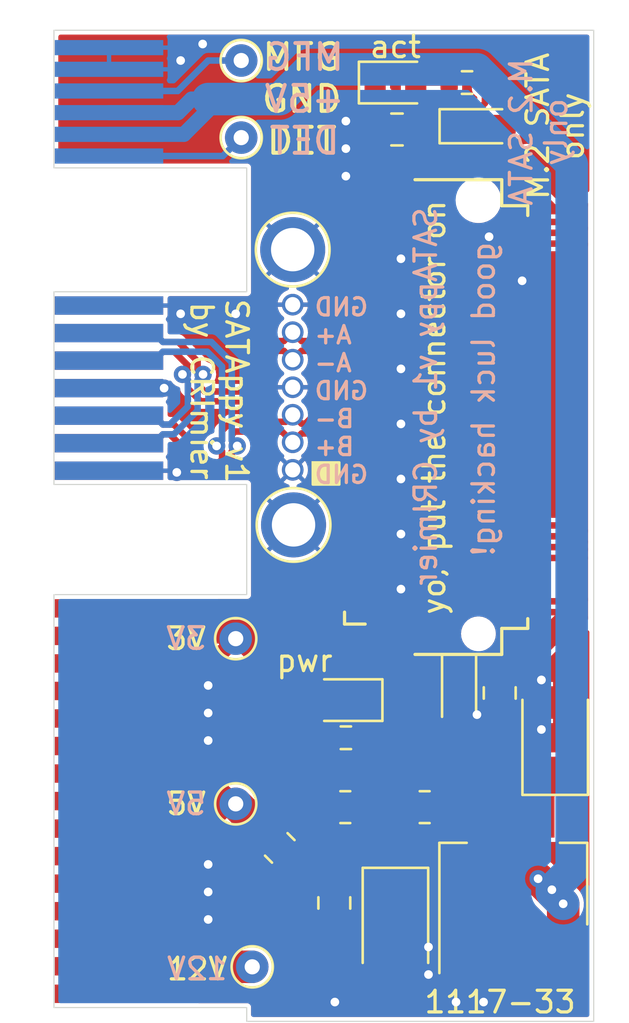
<source format=kicad_pcb>
(kicad_pcb (version 20221018) (generator pcbnew)
  (layers (0 "F.Cu" signal) (31 "B.Cu" signal) (34 "B.Paste" user) (35 "F.Paste" user) (36 "B.SilkS" user "B.Silkscreen") (37 "F.SilkS" user "F.Silkscreen") (38 "B.Mask" user) (39 "F.Mask" user) (44 "Edge.Cuts" user))
  (net 0 "")
  (net 1 "+5V")
  (net 2 "Net-(J1-Pad1)")
  (net 3 "Net-(J1-Pad4)")
  (net 4 "B+")
  (net 5 "B-")
  (net 6 "A-")
  (net 7 "A+")
  (net 8 "+3.3VA")
  (net 9 "Net-(R2-Pad1)")
  (net 34 "+3V3")
  (net 35 "GND")
  (net 36 "DET")
  (net 44 "DAA")
  (net 52 "Net-(D1-Pad2)")
  (net 53 "Net-(D2-Pad2)")
  (net 54 "+5VA")
  (net 55 "+12VA")
  (footprint "Capacitor_Tantalum_SMD:CP_EIA-2012-12_Kemet-R_Pad1.30x1.05mm_HandSolder" (layer "F.Cu") (at 48.4002 84.9012 -90)
    (fp_text reference "C2" hide)
    (fp_text value "100uF")
    (pad "1" smd roundrect (at -0.975 0 270) (size 1.3 1.05) (layers "F.Cu" "F.Paste" "F.Mask") (roundrect_rratio 0.2380952381) (net 34 "+3V3"))
    (pad "2" smd roundrect (at 0.975 0 270) (size 1.3 1.05) (layers "F.Cu" "F.Paste" "F.Mask") (roundrect_rratio 0.2380952381) (net 35 "GND"))
  )
  (footprint "Capacitor_SMD:C_0805_2012Metric" (layer "F.Cu") (at 50.2752 84.8012 -90)
    (fp_text reference "C3" hide)
    (fp_text value "100nF")
    (pad "1" smd roundrect (at -0.95 0 270) (size 1 1.45) (layers "F.Cu" "F.Paste" "F.Mask") (net 34 "+3V3"))
    (pad "2" smd roundrect (at 0.95 0 270) (size 1 1.45) (layers "F.Cu" "F.Paste" "F.Mask") (net 35 "GND"))
  )
  (footprint "Capacitor_Tantalum_SMD:CP_EIA-2012-12_Kemet-R_Pad1.30x1.05mm_HandSolder" (layer "F.Cu") (at 49.3874 58.657)
    (fp_text reference "C4" hide)
    (fp_text value "100uF")
    (pad "1" smd roundrect (at -0.975 0) (size 1.3 1.05) (layers "F.Cu" "F.Paste" "F.Mask") (roundrect_rratio 0.2380952381) (net 34 "+3V3"))
    (pad "2" smd roundrect (at 0.975 0) (size 1.3 1.05) (layers "F.Cu" "F.Paste" "F.Mask") (roundrect_rratio 0.2380952381) (net 35 "GND"))
  )
  (footprint "Capacitor_SMD:C_0805_2012Metric" (layer "F.Cu") (at 45.5374 58.807 180)
    (fp_text reference "C1" hide)
    (fp_text value "100nF")
    (pad "1" smd roundrect (at -0.95 0 180) (size 1 1.45) (layers "F.Cu" "F.Paste" "F.Mask") (net 34 "+3V3"))
    (pad "2" smd roundrect (at 0.95 0 180) (size 1 1.45) (layers "F.Cu" "F.Paste" "F.Mask") (net 35 "GND"))
  )
  (footprint "nvme_lib:Conn_TE-M.2-0.5-67P-doublesided_TypeM" (layer "F.Cu") (at 49.3186 72.0732 90)
    (fp_text reference "U2" hide)
    (fp_text value "NGFF_M")
    (pad "" np_thru_hole circle (at -10 -0.025 90) (size 1.1 1.1) (drill 1.1) (layers "*.Cu"))
    (pad "" np_thru_hole circle (at 10 -0.025 90) (size 1.6 1.6) (drill 1.6) (layers "*.Cu"))
    (pad "1" smd rect (at -9.25 -5.275 90) (size 0.3 1.55) (layers "F.Cu" "F.Paste" "F.Mask") (net 35 "GND"))
    (pad "2" smd rect (at -9 2.275 90) (size 0.3 1.55) (layers "F.Cu" "F.Paste" "F.Mask") (net 34 "+3V3"))
    (pad "3" smd rect (at -8.75 -5.275 90) (size 0.3 1.55) (layers "F.Cu" "F.Paste" "F.Mask") (net 35 "GND"))
    (pad "4" smd rect (at -8.5 2.275 90) (size 0.3 1.55) (layers "F.Cu" "F.Paste" "F.Mask") (net 34 "+3V3"))
    (pad "5" smd rect (at -8.25 -5.275 90) (size 0.3 1.55) (layers "F.Cu" "F.Paste" "F.Mask"))
    (pad "6" smd rect (at -8 2.275 90) (size 0.3 1.55) (layers "F.Cu" "F.Paste" "F.Mask"))
    (pad "7" smd rect (at -7.75 -5.275 90) (size 0.3 1.55) (layers "F.Cu" "F.Paste" "F.Mask"))
    (pad "8" smd rect (at -7.5 2.275 90) (size 0.3 1.55) (layers "F.Cu" "F.Paste" "F.Mask"))
    (pad "9" smd rect (at -7.25 -5.275 90) (size 0.3 1.55) (layers "F.Cu" "F.Paste" "F.Mask") (net 35 "GND"))
    (pad "10" smd rect (at -7 2.275 90) (size 0.3 1.55) (layers "F.Cu" "F.Paste" "F.Mask") (net 44 "DAA"))
    (pad "11" smd rect (at -6.75 -5.275 90) (size 0.3 1.55) (layers "F.Cu" "F.Paste" "F.Mask"))
    (pad "12" smd rect (at -6.5 2.275 90) (size 0.3 1.55) (layers "F.Cu" "F.Paste" "F.Mask") (net 34 "+3V3"))
    (pad "13" smd rect (at -6.25 -5.275 90) (size 0.3 1.55) (layers "F.Cu" "F.Paste" "F.Mask"))
    (pad "14" smd rect (at -6 2.275 90) (size 0.3 1.55) (layers "F.Cu" "F.Paste" "F.Mask") (net 34 "+3V3"))
    (pad "15" smd rect (at -5.75 -5.275 90) (size 0.3 1.55) (layers "F.Cu" "F.Paste" "F.Mask") (net 35 "GND"))
    (pad "16" smd rect (at -5.5 2.275 90) (size 0.3 1.55) (layers "F.Cu" "F.Paste" "F.Mask") (net 34 "+3V3"))
    (pad "17" smd rect (at -5.25 -5.275 90) (size 0.3 1.55) (layers "F.Cu" "F.Paste" "F.Mask"))
    (pad "18" smd rect (at -5 2.275 90) (size 0.3 1.55) (layers "F.Cu" "F.Paste" "F.Mask") (net 34 "+3V3"))
    (pad "19" smd rect (at -4.75 -5.275 90) (size 0.3 1.55) (layers "F.Cu" "F.Paste" "F.Mask"))
    (pad "20" smd rect (at -4.5 2.275 90) (size 0.3 1.55) (layers "F.Cu" "F.Paste" "F.Mask"))
    (pad "21" smd rect (at -4.25 -5.275 90) (size 0.3 1.55) (layers "F.Cu" "F.Paste" "F.Mask") (net 35 "GND"))
    (pad "22" smd rect (at -4 2.275 90) (size 0.3 1.55) (layers "F.Cu" "F.Paste" "F.Mask"))
    (pad "23" smd rect (at -3.75 -5.275 90) (size 0.3 1.55) (layers "F.Cu" "F.Paste" "F.Mask"))
    (pad "24" smd rect (at -3.5 2.275 90) (size 0.3 1.55) (layers "F.Cu" "F.Paste" "F.Mask"))
    (pad "25" smd rect (at -3.25 -5.275 90) (size 0.3 1.55) (layers "F.Cu" "F.Paste" "F.Mask"))
    (pad "26" smd rect (at -3 2.275 90) (size 0.3 1.55) (layers "F.Cu" "F.Paste" "F.Mask"))
    (pad "27" smd rect (at -2.75 -5.275 90) (size 0.3 1.55) (layers "F.Cu" "F.Paste" "F.Mask") (net 35 "GND"))
    (pad "28" smd rect (at -2.5 2.275 90) (size 0.3 1.55) (layers "F.Cu" "F.Paste" "F.Mask"))
    (pad "29" smd rect (at -2.25 -5.275 90) (size 0.3 1.55) (layers "F.Cu" "F.Paste" "F.Mask"))
    (pad "30" smd rect (at -2 2.275 90) (size 0.3 1.55) (layers "F.Cu" "F.Paste" "F.Mask"))
    (pad "31" smd rect (at -1.75 -5.275 90) (size 0.3 1.55) (layers "F.Cu" "F.Paste" "F.Mask"))
    (pad "32" smd rect (at -1.5 2.275 90) (size 0.3 1.55) (layers "F.Cu" "F.Paste" "F.Mask"))
    (pad "33" smd rect (at -1.25 -5.275 90) (size 0.3 1.55) (layers "F.Cu" "F.Paste" "F.Mask") (net 35 "GND"))
    (pad "34" smd rect (at -1 2.275 90) (size 0.3 1.55) (layers "F.Cu" "F.Paste" "F.Mask"))
    (pad "35" smd rect (at -0.75 -5.275 90) (size 0.3 1.55) (layers "F.Cu" "F.Paste" "F.Mask"))
    (pad "36" smd rect (at -0.5 2.275 90) (size 0.3 1.55) (layers "F.Cu" "F.Paste" "F.Mask"))
    (pad "37" smd rect (at -0.25 -5.275 90) (size 0.3 1.55) (layers "F.Cu" "F.Paste" "F.Mask"))
    (pad "38" smd rect (at 0 2.275 90) (size 0.3 1.55) (layers "F.Cu" "F.Paste" "F.Mask"))
    (pad "39" smd rect (at 0.25 -5.275 90) (size 0.3 1.55) (layers "F.Cu" "F.Paste" "F.Mask") (net 35 "GND"))
    (pad "40" smd rect (at 0.5 2.275 90) (size 0.3 1.55) (layers "F.Cu" "F.Paste" "F.Mask"))
    (pad "41" smd rect (at 0.75 -5.275 90) (size 0.3 1.55) (layers "F.Cu" "F.Paste" "F.Mask") (net 4 "B+"))
    (pad "42" smd rect (at 1 2.275 90) (size 0.3 1.55) (layers "F.Cu" "F.Paste" "F.Mask"))
    (pad "43" smd rect (at 1.25 -5.275 90) (size 0.3 1.55) (layers "F.Cu" "F.Paste" "F.Mask") (net 5 "B-"))
    (pad "44" smd rect (at 1.5 2.275 90) (size 0.3 1.55) (layers "F.Cu" "F.Paste" "F.Mask"))
    (pad "45" smd rect (at 1.75 -5.275 90) (size 0.3 1.55) (layers "F.Cu" "F.Paste" "F.Mask") (net 35 "GND"))
    (pad "46" smd rect (at 2 2.275 90) (size 0.3 1.55) (layers "F.Cu" "F.Paste" "F.Mask"))
    (pad "47" smd rect (at 2.25 -5.275 90) (size 0.3 1.55) (layers "F.Cu" "F.Paste" "F.Mask") (net 6 "A-"))
    (pad "48" smd rect (at 2.5 2.275 90) (size 0.3 1.55) (layers "F.Cu" "F.Paste" "F.Mask"))
    (pad "49" smd rect (at 2.75 -5.275 90) (size 0.3 1.55) (layers "F.Cu" "F.Paste" "F.Mask") (net 7 "A+"))
    (pad "50" smd rect (at 3 2.275 90) (size 0.3 1.55) (layers "F.Cu" "F.Paste" "F.Mask"))
    (pad "51" smd rect (at 3.25 -5.275 90) (size 0.3 1.55) (layers "F.Cu" "F.Paste" "F.Mask") (net 35 "GND"))
    (pad "52" smd rect (at 3.5 2.275 90) (size 0.3 1.55) (layers "F.Cu" "F.Paste" "F.Mask"))
    (pad "53" smd rect (at 3.75 -5.275 90) (size 0.3 1.55) (layers "F.Cu" "F.Paste" "F.Mask"))
    (pad "54" smd rect (at 4 2.275 90) (size 0.3 1.55) (layers "F.Cu" "F.Paste" "F.Mask"))
    (pad "55" smd rect (at 4.25 -5.275 90) (size 0.3 1.55) (layers "F.Cu" "F.Paste" "F.Mask"))
    (pad "56" smd rect (at 4.5 2.275 90) (size 0.3 1.55) (layers "F.Cu" "F.Paste" "F.Mask"))
    (pad "57" smd rect (at 4.75 -5.275 90) (size 0.3 1.55) (layers "F.Cu" "F.Paste" "F.Mask") (net 35 "GND"))
    (pad "58" smd rect (at 5 2.275 90) (size 0.3 1.55) (layers "F.Cu" "F.Paste" "F.Mask"))
    (pad "67" smd rect (at 7.25 -5.275 90) (size 0.3 1.55) (layers "F.Cu" "F.Paste" "F.Mask"))
    (pad "68" smd rect (at 7.5 2.275 90) (size 0.3 1.55) (layers "F.Cu" "F.Paste" "F.Mask"))
    (pad "69" smd rect (at 7.75 -5.275 90) (size 0.3 1.55) (layers "F.Cu" "F.Paste" "F.Mask") (net 36 "DET"))
    (pad "70" smd rect (at 8 2.275 90) (size 0.3 1.55) (layers "F.Cu" "F.Paste" "F.Mask") (net 34 "+3V3"))
    (pad "71" smd rect (at 8.25 -5.275 90) (size 0.3 1.55) (layers "F.Cu" "F.Paste" "F.Mask") (net 35 "GND"))
    (pad "72" smd rect (at 8.5 2.275 90) (size 0.3 1.55) (layers "F.Cu" "F.Paste" "F.Mask") (net 34 "+3V3"))
    (pad "73" smd rect (at 8.75 -5.275 90) (size 0.3 1.55) (layers "F.Cu" "F.Paste" "F.Mask") (net 35 "GND"))
    (pad "74" smd rect (at 9 2.275 90) (size 0.3 1.55) (layers "F.Cu" "F.Paste" "F.Mask") (net 34 "+3V3"))
    (pad "75" smd rect (at 9.25 -5.275 90) (size 0.3 1.55) (layers "F.Cu" "F.Paste" "F.Mask") (net 35 "GND"))
    (pad "MP" smd rect (at -10.35 -4.5 90) (size 1.2 2.75) (layers "F.Cu" "F.Paste" "F.Mask") (net 35 "GND"))
    (pad "MP" smd rect (at 10.35 -4.5 90) (size 1.2 2.75) (layers "F.Cu" "F.Paste" "F.Mask") (net 35 "GND"))
  )
  (footprint "TestPoint:TestPoint_THTPad_D1.5mm_Drill0.7mm" (layer "F.Cu") (at 38.1 82.296)
    (fp_text reference "TP7" hide)
    (fp_text value "3.3V")
    (pad "1" thru_hole circle (at 0 0) (size 1.5 1.5) (drill 0.7) (layers "*.Cu" "*.Mask") (net 8 "+3.3VA"))
  )
  (footprint "Diode_SMD:D_0805_2012Metric" (layer "F.Cu") (at 45.466 56.642)
    (fp_text reference "D1" hide)
    (fp_text value "LED")
    (pad "1" smd roundrect (at -0.9375 0) (size 0.975 1.4) (layers "F.Cu" "F.Paste" "F.Mask") (net 44 "DAA"))
    (pad "2" smd roundrect (at 0.9375 0) (size 0.975 1.4) (layers "F.Cu" "F.Paste" "F.Mask") (net 52 "Net-(D1-Pad2)"))
  )
  (footprint "TestPoint:TestPoint_THTPad_D1.5mm_Drill0.7mm" (layer "F.Cu") (at 38.1 89.916)
    (fp_text reference "TP6" hide)
    (fp_text value "5V")
    (pad "1" thru_hole circle (at 0 0) (size 1.5 1.5) (drill 0.7) (layers "*.Cu" "*.Mask") (net 54 "+5VA"))
  )
  (footprint "Resistor_SMD:R_0805_2012Metric" (layer "F.Cu") (at 40.132 91.948 -45)
    (fp_text reference "R5" hide)
    (fp_text value "0R")
    (pad "1" smd roundrect (at -0.9125 0 315) (size 1.025 1.4) (layers "F.Cu" "F.Paste" "F.Mask") (roundrect_rratio 0.243902439) (net 54 "+5VA"))
    (pad "2" smd roundrect (at 0.9125 0 315) (size 1.025 1.4) (layers "F.Cu" "F.Paste" "F.Mask") (roundrect_rratio 0.243902439) (net 1 "+5V"))
  )
  (footprint "Capacitor_Tantalum_SMD:CP_EIA-3528-21_Kemet-B_Pad1.50x2.35mm_HandSolder" (layer "F.Cu") (at 45.466 95.504 -90)
    (fp_text reference "C5" hide)
    (fp_text value "100nF")
    (pad "1" smd roundrect (at -1.625 0 270) (size 1.5 2.35) (layers "F.Cu" "F.Paste" "F.Mask") (roundrect_rratio 0.1666673333) (net 1 "+5V"))
    (pad "2" smd roundrect (at 1.625 0 270) (size 1.5 2.35) (layers "F.Cu" "F.Paste" "F.Mask") (roundrect_rratio 0.1666673333) (net 35 "GND"))
  )
  (footprint "Resistor_SMD:R_0603_1608Metric" (layer "F.Cu") (at 48.768 56.642)
    (fp_text reference "R3" hide)
    (fp_text value "5K1")
    (pad "1" smd roundrect (at -0.825 0) (size 0.8 0.95) (layers "F.Cu" "F.Paste" "F.Mask") (net 52 "Net-(D1-Pad2)"))
    (pad "2" smd roundrect (at 0.825 0) (size 0.8 0.95) (layers "F.Cu" "F.Paste" "F.Mask") (net 34 "+3V3"))
  )
  (footprint "Package_TO_SOT_SMD:SOT-223-3_TabPin2" (layer "F.Cu") (at 50.9016 93.6244 90)
    (fp_text reference "U1" hide)
    (fp_text value "AP1117-33")
    (pad "1" smd rect (at -3.15 -2.3 90) (size 2 1.5) (layers "F.Cu" "F.Paste" "F.Mask") (net 35 "GND"))
    (pad "2" smd rect (at -3.15 0 90) (size 2 1.5) (layers "F.Cu" "F.Paste" "F.Mask") (net 9 "Net-(R2-Pad1)"))
    (pad "2" smd rect (at 3.15 0 90) (size 2 3.8) (layers "F.Cu" "F.Paste" "F.Mask") (net 9 "Net-(R2-Pad1)"))
    (pad "3" smd rect (at -3.15 2.3 90) (size 2 1.5) (layers "F.Cu" "F.Paste" "F.Mask") (net 1 "+5V"))
  )
  (footprint "Resistor_SMD:R_0805_2012Metric" (layer "F.Cu") (at 46.8141 90.0684 180)
    (fp_text reference "R2" hide)
    (fp_text value "0R")
    (pad "1" smd roundrect (at -0.9125 0 180) (size 1.025 1.4) (layers "F.Cu" "F.Paste" "F.Mask") (roundrect_rratio 0.243902439) (net 9 "Net-(R2-Pad1)"))
    (pad "2" smd roundrect (at 0.9125 0 180) (size 1.025 1.4) (layers "F.Cu" "F.Paste" "F.Mask") (roundrect_rratio 0.243902439) (net 34 "+3V3"))
  )
  (footprint "Diode_SMD:D_0805_2012Metric" (layer "F.Cu") (at 43.18 85.131 180)
    (fp_text reference "D2" hide)
    (fp_text value "LED")
    (pad "1" smd roundrect (at -0.9375 0 180) (size 0.975 1.4) (layers "F.Cu" "F.Paste" "F.Mask") (net 35 "GND"))
    (pad "2" smd roundrect (at 0.9375 0 180) (size 0.975 1.4) (layers "F.Cu" "F.Paste" "F.Mask") (net 53 "Net-(D2-Pad2)"))
  )
  (footprint "TestPoint:TestPoint_Plated_Hole_D2.0mm" (layer "F.Cu") (at 40.728 64.35)
    (fp_text reference "TP4" hide)
    (fp_text value "TAP_MECH2")
    (pad "1" thru_hole circle (at 0 0) (size 3 3) (drill 2) (layers "*.Cu" "*.Mask") (net 35 "GND"))
  )
  (footprint "TestPoint:TestPoint_THTPad_D1.5mm_Drill0.7mm" (layer "F.Cu") (at 38.862 97.4344)
    (fp_text reference "TP3" hide)
    (fp_text value "12V")
    (pad "1" thru_hole circle (at 0 0) (size 1.5 1.5) (drill 0.7) (layers "*.Cu" "*.Mask") (net 55 "+12VA"))
  )
  (footprint "Resistor_SMD:R_0805_2012Metric" (layer "F.Cu") (at 43.1546 90.0684)
    (fp_text reference "R1" hide)
    (fp_text value "0R")
    (pad "1" smd roundrect (at -0.9125 0) (size 1.025 1.4) (layers "F.Cu" "F.Paste" "F.Mask") (roundrect_rratio 0.243902439) (net 8 "+3.3VA"))
    (pad "2" smd roundrect (at 0.9125 0) (size 1.025 1.4) (layers "F.Cu" "F.Paste" "F.Mask") (roundrect_rratio 0.243902439) (net 34 "+3V3"))
  )
  (footprint "Connector_PinSocket_1.27mm:PinSocket_1x07_P1.27mm_Vertical" (layer "F.Cu") (at 40.728 74.5082 180)
    (fp_text reference "J5" hide)
    (fp_text value "DATA_TAP")
    (pad "1" thru_hole circle (at 0 0 180) (size 1 1) (drill 0.7) (layers "*.Cu" "*.Mask") (net 35 "GND"))
    (pad "2" thru_hole oval (at 0 1.27 180) (size 1 1) (drill 0.7) (layers "*.Cu" "*.Mask") (net 4 "B+"))
    (pad "3" thru_hole oval (at 0 2.54 180) (size 1 1) (drill 0.7) (layers "*.Cu" "*.Mask") (net 5 "B-"))
    (pad "4" thru_hole oval (at 0 3.81 180) (size 1 1) (drill 0.7) (layers "*.Cu" "*.Mask") (net 35 "GND"))
    (pad "5" thru_hole oval (at 0 5.08 180) (size 1 1) (drill 0.7) (layers "*.Cu" "*.Mask") (net 6 "A-"))
    (pad "6" thru_hole oval (at 0 6.35 180) (size 1 1) (drill 0.7) (layers "*.Cu" "*.Mask") (net 7 "A+"))
    (pad "7" thru_hole oval (at 0 7.62 180) (size 1 1) (drill 0.7) (layers "*.Cu" "*.Mask") (net 35 "GND"))
  )
  (footprint "Capacitor_Tantalum_SMD:CP_EIA-3528-21_Kemet-B_Pad1.50x2.35mm_HandSolder" (layer "F.Cu") (at 52.832 86.868 90)
    (fp_text reference "C7" hide)
    (fp_text value "100nF")
    (pad "1" smd roundrect (at -1.625 0 90) (size 1.5 2.35) (layers "F.Cu" "F.Paste" "F.Mask") (roundrect_rratio 0.1666673333) (net 9 "Net-(R2-Pad1)"))
    (pad "2" smd roundrect (at 1.625 0 90) (size 1.5 2.35) (layers "F.Cu" "F.Paste" "F.Mask") (roundrect_rratio 0.1666673333) (net 35 "GND"))
  )
  (footprint "project:SATA_POWER_FULL" (layer "F.Cu") (at 32.258 89.789 90)
    (fp_text reference "J4" hide)
    (fp_text value "POWER_FULL")
    (pad "1" smd rect (at 8.89 0 90) (size 0.85 5) (layers "F.Cu" "F.Mask") (net 8 "+3.3VA"))
    (pad "2" smd rect (at 7.62 0 90) (size 0.85 5) (layers "F.Cu" "F.Mask") (net 8 "+3.3VA"))
    (pad "3" smd rect (at 6.35 0 90) (size 0.85 5) (layers "F.Cu" "F.Mask") (net 8 "+3.3VA"))
    (pad "4" smd rect (at 5.08 0 90) (size 0.85 5) (layers "F.Cu" "F.Mask") (net 35 "GND"))
    (pad "5" smd rect (at 3.81 0 90) (size 0.85 5) (layers "F.Cu" "F.Mask") (net 35 "GND"))
    (pad "6" smd rect (at 2.54 0 90) (size 0.85 5) (layers "F.Cu" "F.Mask") (net 35 "GND"))
    (pad "7" smd rect (at 1.27 0 90) (size 0.85 5) (layers "F.Cu" "F.Mask") (net 54 "+5VA"))
    (pad "8" smd rect (at 0 0 90) (size 0.85 5) (layers "F.Cu" "F.Mask") (net 54 "+5VA"))
    (pad "9" smd rect (at -1.27 0 90) (size 0.85 5) (layers "F.Cu" "F.Mask") (net 54 "+5VA"))
    (pad "10" smd rect (at -2.54 0 90) (size 0.85 5) (layers "F.Cu" "F.Mask") (net 35 "GND"))
    (pad "11" smd rect (at -3.81 0 90) (size 0.85 5) (layers "F.Cu" "F.Mask") (net 35 "GND"))
    (pad "12" smd rect (at -5.08 0 90) (size 0.85 5) (layers "F.Cu" "F.Mask") (net 35 "GND"))
    (pad "13" smd rect (at -6.35 0 90) (size 0.85 5) (layers "F.Cu" "F.Mask") (net 55 "+12VA"))
    (pad "14" smd rect (at -7.62 0 90) (size 0.85 5) (layers "F.Cu" "F.Mask") (net 55 "+12VA"))
    (pad "15" smd rect (at -8.89 0 90) (size 0.85 5) (layers "F.Cu" "F.Mask") (net 55 "+12VA"))
  )
  (footprint "project:SATA_SMD" (layer "F.Cu") (at 32.258 70.739 -90)
    (fp_text reference "J3" hide)
    (fp_text value "DATA_FULL")
    (pad "1" smd rect (at 3.81 0 270) (size 0.85 5) (layers "F.Cu" "F.Mask") (net 35 "GND"))
    (pad "2" smd rect (at 2.54 0 270) (size 0.85 5) (layers "F.Cu" "F.Mask") (net 4 "B+"))
    (pad "3" smd rect (at 1.27 0 270) (size 0.85 5) (layers "F.Cu" "F.Mask") (net 5 "B-"))
    (pad "4" smd rect (at 0 0 270) (size 0.85 5) (layers "F.Cu" "F.Mask") (net 35 "GND"))
    (pad "5" smd rect (at -1.27 0 270) (size 0.85 5) (layers "F.Cu" "F.Mask") (net 6 "A-"))
    (pad "6" smd rect (at -2.54 0 270) (size 0.85 5) (layers "F.Cu" "F.Mask") (net 7 "A+"))
    (pad "7" smd rect (at -3.81 0 270) (size 0.85 5) (layers "F.Cu" "F.Mask") (net 35 "GND"))
  )
  (footprint "Resistor_SMD:R_0603_1608Metric" (layer "F.Cu") (at 43.18 86.868)
    (fp_text reference "R4" hide)
    (fp_text value "5K1")
    (pad "1" smd roundrect (at -0.825 0) (size 0.8 0.95) (layers "F.Cu" "F.Paste" "F.Mask") (net 53 "Net-(D2-Pad2)"))
    (pad "2" smd roundrect (at 0.825 0) (size 0.8 0.95) (layers "F.Cu" "F.Paste" "F.Mask") (net 34 "+3V3"))
  )
  (footprint "TestPoint:TestPoint_Plated_Hole_D2.0mm" (layer "F.Cu") (at 40.767 77.048)
    (fp_text reference "TP5" hide)
    (fp_text value "TAP_MECH1")
    (pad "1" thru_hole circle (at 0 0) (size 3 3) (drill 2) (layers "*.Cu" "*.Mask") (net 35 "GND"))
  )
  (footprint "Capacitor_SMD:C_0805_2012Metric" (layer "F.Cu") (at 42.6466 94.488 -90)
    (fp_text reference "C6" hide)
    (fp_text value "100nF")
    (pad "1" smd roundrect (at -0.95 0 270) (size 1 1.45) (layers "F.Cu" "F.Paste" "F.Mask") (net 1 "+5V"))
    (pad "2" smd roundrect (at 0.95 0 270) (size 1 1.45) (layers "F.Cu" "F.Paste" "F.Mask") (net 35 "GND"))
  )
  (footprint "TestPoint:TestPoint_THTPad_D1.5mm_Drill0.7mm" (layer "F.Cu") (at 38.354 59.182)
    (fp_text reference "TP1" hide)
    (fp_text value "PRES")
    (pad "1" thru_hole circle (at 0 0) (size 1.5 1.5) (drill 0.7) (layers "*.Cu" "*.Mask") (net 2 "Net-(J1-Pad1)"))
  )
  (footprint "TestPoint:TestPoint_THTPad_D1.5mm_Drill0.7mm" (layer "F.Cu") (at 38.354 55.626)
    (fp_text reference "TP2" hide)
    (fp_text value "DIA")
    (pad "1" thru_hole circle (at 0 0) (size 1.5 1.5) (drill 0.7) (layers "*.Cu" "*.Mask") (net 3 "Net-(J1-Pad4)"))
  )
  (footprint "project:SATA_SMD" (layer "B.Cu") (at 32.258 70.739 90)
    (fp_text reference "J2" hide)
    (fp_text value "DATA_ODD")
    (pad "1" smd rect (at 3.81 0 90) (size 0.85 5) (layers "B.Cu" "B.Mask") (net 35 "GND"))
    (pad "2" smd rect (at 2.54 0 90) (size 0.85 5) (layers "B.Cu" "B.Mask") (net 4 "B+"))
    (pad "3" smd rect (at 1.27 0 90) (size 0.85 5) (layers "B.Cu" "B.Mask") (net 5 "B-"))
    (pad "4" smd rect (at 0 0 90) (size 0.85 5) (layers "B.Cu" "B.Mask") (net 35 "GND"))
    (pad "5" smd rect (at -1.27 0 90) (size 0.85 5) (layers "B.Cu" "B.Mask") (net 6 "A-"))
    (pad "6" smd rect (at -2.54 0 90) (size 0.85 5) (layers "B.Cu" "B.Mask") (net 7 "A+"))
    (pad "7" smd rect (at -3.81 0 90) (size 0.85 5) (layers "B.Cu" "B.Mask") (net 35 "GND"))
  )
  (footprint "project:SATA_POWER_ODD" (layer "B.Cu") (at 32.258 57.531 -90)
    (fp_text reference "J1" hide)
    (fp_text value "POWER_ODD")
    (pad "1" smd rect (at 2.5 0 270) (size 0.7 5) (layers "B.Cu" "B.Mask") (net 2 "Net-(J1-Pad1)"))
    (pad "2" smd rect (at 1.5 0 270) (size 0.7 5) (layers "B.Cu" "B.Mask") (net 1 "+5V"))
    (pad "3" smd rect (at 0.5 0 270) (size 0.7 5) (layers "B.Cu" "B.Mask") (net 1 "+5V"))
    (pad "4" smd rect (at -0.5 0 270) (size 0.7 5) (layers "B.Cu" "B.Mask") (net 3 "Net-(J1-Pad4)"))
    (pad "5" smd rect (at -1.5 0 270) (size 0.7 5) (layers "B.Cu" "B.Mask") (net 35 "GND"))
    (pad "6" smd rect (at -2.5 0 270) (size 0.7 5) (layers "B.Cu" "B.Mask") (net 35 "GND"))
  )
  (gr_rect (start 41.656 74.168) (end 42.8752 75.184) (stroke (width 0.12)) (fill solid) (layer "F.SilkS"))
  (gr_line (start 29.718 99.314) (end 38.608 99.314) (stroke (width 0.05)) (layer "Edge.Cuts"))
  (gr_line (start 54.61 54.229) (end 54.61 99.949) (stroke (width 0.05)) (layer "Edge.Cuts"))
  (gr_line (start 38.608 99.949) (end 38.608 99.314) (stroke (width 0.05)) (layer "Edge.Cuts"))
  (gr_line (start 38.608 63.119) (end 38.608 60.579) (stroke (width 0.05)) (layer "Edge.Cuts"))
  (gr_line (start 29.718 80.264) (end 35.433 80.264) (stroke (width 0.05)) (layer "Edge.Cuts"))
  (gr_line (start 38.608 80.264) (end 38.608 77.724) (stroke (width 0.05)) (layer "Edge.Cuts"))
  (gr_line (start 38.608 60.579) (end 35.433 60.579) (stroke (width 0.05)) (layer "Edge.Cuts"))
  (gr_line (start 38.608 77.724) (end 38.608 75.184) (stroke (width 0.05)) (layer "Edge.Cuts"))
  (gr_line (start 29.718 80.264) (end 29.718 99.314) (stroke (width 0.05)) (layer "Edge.Cuts"))
  (gr_line (start 29.718 54.229) (end 54.61 54.229) (stroke (width 0.05)) (layer "Edge.Cuts"))
  (gr_line (start 38.608 66.294) (end 38.608 63.119) (stroke (width 0.05)) (layer "Edge.Cuts"))
  (gr_line (start 29.718 60.579) (end 29.718 54.229) (stroke (width 0.05)) (layer "Edge.Cuts"))
  (gr_line (start 29.718 75.184) (end 29.718 66.294) (stroke (width 0.05)) (layer "Edge.Cuts"))
  (gr_line (start 54.61 99.949) (end 38.608 99.949) (stroke (width 0.05)) (layer "Edge.Cuts"))
  (gr_line (start 35.433 80.264) (end 38.608 80.264) (stroke (width 0.05)) (layer "Edge.Cuts"))
  (gr_line (start 29.718 66.294) (end 38.608 66.294) (stroke (width 0.05)) (layer "Edge.Cuts"))
  (gr_line (start 35.433 60.579) (end 29.718 60.579) (stroke (width 0.05)) (layer "Edge.Cuts"))
  (gr_line (start 38.608 75.184) (end 29.718 75.184) (stroke (width 0.05)) (layer "Edge.Cuts"))
  (gr_text "SATAppy v1 by CRImier" (at 46.863 71.12 90) (layer "B.SilkS") (effects (font (size 1 1)) (justify mirror)))
  (gr_text "M.2 SATA\nonly" (at 52.07 58.928 90) (layer "B.SilkS") (effects (font (size 1 1)) (justify mirror)))
  (gr_text "GND\nA+\nA-\nGND\nB-\nB+\nGND" (at 41.656 70.866) (layer "B.SilkS") (effects (font (size 0.8 0.8)) (justify right mirror)))
  (gr_text "good luck hacking!" (at 49.53 71.247 90) (layer "B.SilkS") (effects (font (size 1 1)) (justify mirror)))
  (gr_text "3V" (at 35.805812 82.288412) (layer "B.SilkS") (effects (font (size 1 1)) (justify mirror)))
  (gr_text "12V" (at 36.318742 97.528522) (layer "B.SilkS") (effects (font (size 1 1)) (justify mirror)))
  (gr_text "MFG\n+5V\nDET" (at 41.275 57.404) (layer "B.SilkS") (effects (font (size 1.2 1.2) (thickness 0.18)) (justify mirror)))
  (gr_text "5V" (at 35.814 89.916) (layer "B.SilkS") (effects (font (size 1 1)) (justify mirror)))
  (gr_text "12V" (at 36.322 97.536) (layer "F.SilkS") (effects (font (size 1 1))))
  (gr_text "SATAppy v1\nby CRImier" (at 37.338 70.866 270) (layer "F.SilkS") (effects (font (size 1 1))))
  (gr_text "MFG\nGND\nDET" (at 41.148 57.404) (layer "F.SilkS") (effects (font (size 1.2 1.2) (thickness 0.18))))
  (gr_text "act" (at 45.466 54.991) (layer "F.SilkS") (effects (font (size 1 1))))
  (gr_text "yo, put the connector on" (at 47.244 71.628 90) (layer "F.SilkS") (effects (font (size 1 1))))
  (gr_text "3V" (at 35.814 82.296) (layer "F.SilkS") (effects (font (size 1 1))))
  (gr_text "5V" (at 35.814 89.916) (layer "F.SilkS") (effects (font (size 1 1))))
  (gr_text "pwr" (at 41.275 83.312) (layer "F.SilkS") (effects (font (size 1 1))))
  (gr_text "1117-33" (at 50.292 99.06) (layer "F.SilkS") (effects (font (size 1 1))))
  (gr_text "M.2 SATA\nonly" (at 52.832 58.657 90) (layer "F.SilkS") (effects (font (size 1 1))))
  (segment (start 42.6466 93.472) (end 42.545 93.3704) (width 1.5) (layer "F.Cu") (net 1))
  (segment (start 52.0446 93.3704) (end 42.545 93.3704) (width 1.5) (layer "F.Cu") (net 1))
  (segment (start 42.545 93.3704) (end 41.5544 93.3704) (width 1.5) (layer "F.Cu") (net 1))
  (segment (start 53.2016 96.7744) (end 53.2016 94.5274) (width 1.5) (layer "F.Cu") (net 1))
  (segment (start 53.2016 94.5274) (end 52.0446 93.3704) (width 1.5) (layer "F.Cu") (net 1))
  (segment (start 41.5544 93.3704) (end 40.777235 92.593235) (width 1.5) (layer "F.Cu") (net 1))
  (via (at 53.2016 94.5274) (size 0.8) (drill 0.4) (layers "F.Cu" "B.Cu") (net 1))
  (via (at 52.0446 93.3704) (size 0.8) (drill 0.4) (layers "F.Cu" "B.Cu") (net 1))
  (via (at 52.6796 93.8784) (size 0.8) (drill 0.4) (layers "F.Cu" "B.Cu") (net 1))
  (segment (start 35.711 59.031) (end 37.084 57.658) (width 0.7) (layer "B.Cu") (net 1))
  (segment (start 41.5036 56.0324) (end 49.2252 56.0324) (width 1.5) (layer "B.Cu") (net 1))
  (segment (start 32.258 58.031) (end 35.441 58.031) (width 0.7) (layer "B.Cu") (net 1))
  (segment (start 36.83 57.404) (end 37.084 57.658) (width 0.7) (layer "B.Cu") (net 1))
  (segment (start 52.6796 93.8784) (end 52.6796 94.0054) (width 1.5) (layer "B.Cu") (net 1))
  (segment (start 40.132 57.404) (end 41.5036 56.0324) (width 1.5) (layer "B.Cu") (net 1))
  (segment (start 36.83 57.404) (end 40.132 57.404) (width 1.5) (layer "B.Cu") (net 1))
  (segment (start 52.6796 94.0054) (end 53.2016 94.5274) (width 1.5) (layer "B.Cu") (net 1))
  (segment (start 53.594 92.964) (end 52.6796 93.8784) (width 1.5) (layer "B.Cu") (net 1))
  (segment (start 35.441 58.031) (end 36.068 57.404) (width 0.7) (layer "B.Cu") (net 1))
  (segment (start 36.068 57.404) (end 36.83 57.404) (width 0.7) (layer "B.Cu") (net 1))
  (segment (start 49.2252 56.0324) (end 53.594 60.4012) (width 1.5) (layer "B.Cu") (net 1))
  (segment (start 53.594 60.4012) (end 53.594 92.964) (width 1.5) (layer "B.Cu") (net 1))
  (segment (start 32.258 59.031) (end 35.711 59.031) (width 0.7) (layer "B.Cu") (net 1))
  (segment (start 37.505 60.031) (end 38.354 59.182) (width 0.3) (layer "B.Cu") (net 2))
  (segment (start 32.258 60.031) (end 37.505 60.031) (width 0.3) (layer "B.Cu") (net 2))
  (segment (start 32.258 57.031) (end 35.425 57.031) (width 0.3) (layer "B.Cu") (net 3))
  (segment (start 36.83 55.626) (end 38.354 55.626) (width 0.3) (layer "B.Cu") (net 3))
  (segment (start 35.425 57.031) (end 36.83 55.626) (width 0.3) (layer "B.Cu") (net 3))
  (segment (start 41.496999 72.828201) (end 42.2366 72.0886) (width 0.3) (layer "F.Cu") (net 4))
  (segment (start 35.0604 72.869) (end 36.0462 73.8548) (width 0.3) (layer "F.Cu") (net 4))
  (segment (start 38.0662 72.742) (end 40.2318 72.742) (width 0.3) (layer "F.Cu") (net 4))
  (segment (start 42.4564 71.2982) (end 42.856099 71.2982) (width 0.3) (layer "F.Cu") (net 4))
  (segment (start 36.0462 73.8548) (end 36.0462 74.2612) (width 0.3) (layer "F.Cu") (net 4))
  (segment (start 42.856099 71.2982) (end 42.881099 71.3232) (width 0.3) (layer "F.Cu") (net 4))
  (segment (start 37.918601 74.210399) (end 37.918601 73.655999) (width 0.3) (layer "F.Cu") (net 4))
  (segment (start 40.728 73.2382) (end 41.137999 72.828201) (width 0.3) (layer "F.Cu") (net 4))
  (segment (start 41.137999 72.828201) (end 41.496999 72.828201) (width 0.3) (layer "F.Cu") (net 4))
  (segment (start 42.881099 71.3232) (end 44.0436 71.3232) (width 0.3) (layer "F.Cu") (net 4))
  (segment (start 34.743 72.869) (end 35.0604 72.869) (width 0.3) (layer "F.Cu") (net 4))
  (segment (start 42.2366 71.518) (end 42.4564 71.2982) (width 0.3) (layer "F.Cu") (net 4))
  (segment (start 37.482 74.647) (end 37.918601 74.210399) (width 0.3) (layer "F.Cu") (net 4))
  (segment (start 37.918601 73.655999) (end 38.1686 73.406) (width 0.3) (layer "F.Cu") (net 4))
  (segment (start 42.2366 72.0886) (end 42.2366 71.518) (width 0.3) (layer "F.Cu") (net 4))
  (segment (start 36.0462 74.2612) (end 36.432 74.647) (width 0.3) (layer "F.Cu") (net 4))
  (segment (start 34.333 73.279) (end 34.743 72.869) (width 0.3) (layer "F.Cu") (net 4))
  (segment (start 32.258 73.279) (end 34.333 73.279) (width 0.3) (layer "F.Cu") (net 4))
  (segment (start 40.2318 72.742) (end 40.728 73.2382) (width 0.3) (layer "F.Cu") (net 4))
  (segment (start 38.1686 73.406) (end 37.918601 73.156001) (width 0.3) (layer "F.Cu") (net 4))
  (segment (start 37.918601 72.889599) (end 38.0662 72.742) (width 0.3) (layer "F.Cu") (net 4))
  (segment (start 36.432 74.647) (end 37.482 74.647) (width 0.3) (layer "F.Cu") (net 4))
  (segment (start 37.918601 73.156001) (end 37.918601 72.889599) (width 0.3) (layer "F.Cu") (net 4))
  (via (at 38.1686 73.406) (size 0.8) (drill 0.4) (layers "F.Cu" "B.Cu") (net 4))
  (segment (start 37.9186 69.5536) (end 37.918601 73.156001) (width 0.3) (layer "B.Cu") (net 4))
  (segment (start 37.918601 73.156001) (end 38.1686 73.406) (width 0.3) (layer "B.Cu") (net 4))
  (segment (start 36.974 68.609) (end 37.9186 69.5536) (width 0.3) (layer "B.Cu") (net 4))
  (segment (start 34.333 68.199) (end 34.743 68.609) (width 0.3) (layer "B.Cu") (net 4))
  (segment (start 34.743 68.609) (end 36.974 68.609) (width 0.3) (layer "B.Cu") (net 4))
  (segment (start 32.258 68.199) (end 34.333 68.199) (width 0.3) (layer "B.Cu") (net 4))
  (segment (start 37.468599 72.703201) (end 37.8798 72.292) (width 0.3) (layer "F.Cu") (net 5))
  (segment (start 35.2468 72.419) (end 36.4962 73.6684) (width 0.3) (layer "F.Cu") (net 5))
  (segment (start 37.468599 73.655999) (end 37.2186 73.406) (width 0.3) (layer "F.Cu") (net 5))
  (segment (start 41.137999 72.378199) (end 41.310601 72.378199) (width 0.3) (layer "F.Cu") (net 5))
  (segment (start 37.468599 74.024001) (end 37.468599 73.655999) (width 0.3) (layer "F.Cu") (net 5))
  (segment (start 36.4962 73.6684) (end 36.4962 74.0748) (width 0.3) (layer "F.Cu") (net 5))
  (segment (start 42.856099 70.8482) (end 42.881099 70.8232) (width 0.3) (layer "F.Cu") (net 5))
  (segment (start 37.2956 74.197) (end 37.468599 74.024001) (width 0.3) (layer "F.Cu") (net 5))
  (segment (start 34.743 72.419) (end 35.2468 72.419) (width 0.3) (layer "F.Cu") (net 5))
  (segment (start 41.7866 71.3316) (end 42.27 70.8482) (width 0.3) (layer "F.Cu") (net 5))
  (segment (start 42.881099 70.8232) (end 44.0436 70.8232) (width 0.3) (layer "F.Cu") (net 5))
  (segment (start 32.258 72.009) (end 34.333 72.009) (width 0.3) (layer "F.Cu") (net 5))
  (segment (start 36.6184 74.197) (end 37.2956 74.197) (width 0.3) (layer "F.Cu") (net 5))
  (segment (start 41.310601 72.378199) (end 41.7866 71.9022) (width 0.3) (layer "F.Cu") (net 5))
  (segment (start 34.333 72.009) (end 34.743 72.419) (width 0.3) (layer "F.Cu") (net 5))
  (segment (start 36.4962 74.0748) (end 36.6184 74.197) (width 0.3) (layer "F.Cu") (net 5))
  (segment (start 40.4042 72.292) (end 40.728 71.9682) (width 0.3) (layer "F.Cu") (net 5))
  (segment (start 41.7866 71.9022) (end 41.7866 71.3316) (width 0.3) (layer "F.Cu") (net 5))
  (segment (start 42.27 70.8482) (end 42.856099 70.8482) (width 0.3) (layer "F.Cu") (net 5))
  (segment (start 37.468599 73.156001) (end 37.468599 72.703201) (width 0.3) (layer "F.Cu") (net 5))
  (segment (start 37.2186 73.406) (end 37.468599 73.156001) (width 0.3) (layer "F.Cu") (net 5))
  (segment (start 40.728 71.9682) (end 41.137999 72.378199) (width 0.3) (layer "F.Cu") (net 5))
  (segment (start 37.8798 72.292) (end 40.4042 72.292) (width 0.3) (layer "F.Cu") (net 5))
  (via (at 37.2186 73.406) (size 0.8) (drill 0.4) (layers "F.Cu" "B.Cu") (net 5))
  (segment (start 37.468599 73.156001) (end 37.2186 73.406) (width 0.3) (layer "B.Cu") (net 5))
  (segment (start 37.4686 69.74) (end 37.468599 73.156001) (width 0.3) (layer "B.Cu") (net 5))
  (segment (start 32.258 69.469) (end 34.333 69.469) (width 0.3) (layer "B.Cu") (net 5))
  (segment (start 36.7876 69.059) (end 37.4686 69.74) (width 0.3) (layer "B.Cu") (net 5))
  (segment (start 34.333 69.469) (end 34.743 69.059) (width 0.3) (layer "B.Cu") (net 5))
  (segment (start 34.743 69.059) (end 36.7876 69.059) (width 0.3) (layer "B.Cu") (net 5))
  (segment (start 34.333 69.469) (end 32.258 69.469) (width 0.3) (layer "F.Cu") (net 6))
  (segment (start 40.728 69.4282) (end 41.137999 69.018201) (width 0.3) (layer "F.Cu") (net 6))
  (segment (start 35.893799 70.353999) (end 35.893799 70.755999) (width 0.3) (layer "F.Cu") (net 6))
  (segment (start 42.856099 69.7982) (end 42.881099 69.8232) (width 0.3) (layer "F.Cu") (net 6))
  (segment (start 35.893799 70.755999) (end 36.4828 71.345) (width 0.3) (layer "F.Cu") (net 6))
  (segment (start 41.137999 69.018201) (end 41.776001 69.018201) (width 0.3) (layer "F.Cu") (net 6))
  (segment (start 34.743 69.059) (end 34.333 69.469) (width 0.3) (layer "F.Cu") (net 6))
  (segment (start 41.776001 69.018201) (end 42.556 69.7982) (width 0.3) (layer "F.Cu") (net 6))
  (segment (start 42.556 69.7982) (end 42.856099 69.7982) (width 0.3) (layer "F.Cu") (net 6))
  (segment (start 35.893799 69.854001) (end 35.893799 69.689199) (width 0.3) (layer "F.Cu") (net 6))
  (segment (start 38.8536 71.345) (end 39.4426 70.756) (width 0.3) (layer "F.Cu") (net 6))
  (segment (start 39.4426 70.756) (end 39.4426 69.232) (width 0.3) (layer "F.Cu") (net 6))
  (segment (start 42.881099 69.8232) (end 44.0436 69.8232) (width 0.3) (layer "F.Cu") (net 6))
  (segment (start 36.4828 71.345) (end 38.8536 71.345) (width 0.3) (layer "F.Cu") (net 6))
  (segment (start 39.4426 69.232) (end 39.656399 69.018201) (width 0.3) (layer "F.Cu") (net 6))
  (segment (start 39.656399 69.018201) (end 40.318001 69.018201) (width 0.3) (layer "F.Cu") (net 6))
  (segment (start 35.2636 69.059) (end 34.743 69.059) (width 0.3) (layer "F.Cu") (net 6))
  (segment (start 40.318001 69.018201) (end 40.728 69.4282) (width 0.3) (layer "F.Cu") (net 6))
  (segment (start 35.6438 70.104) (end 35.893799 70.353999) (width 0.3) (layer "F.Cu") (net 6))
  (segment (start 35.6438 70.104) (end 35.893799 69.854001) (width 0.3) (layer "F.Cu") (net 6))
  (segment (start 35.893799 69.689199) (end 35.2636 69.059) (width 0.3) (layer "F.Cu") (net 6))
  (via (at 35.6438 70.104) (size 0.8) (drill 0.4) (layers "F.Cu" "B.Cu") (net 6))
  (segment (start 35.893799 71.585601) (end 35.893799 70.353999) (width 0.3) (layer "B.Cu") (net 6))
  (segment (start 32.258 72.009) (end 34.333 72.009) (width 0.3) (layer "B.Cu") (net 6))
  (segment (start 35.0604 72.419) (end 35.893799 71.585601) (width 0.3) (layer "B.Cu") (net 6))
  (segment (start 35.893799 70.353999) (end 35.6438 70.104) (width 0.3) (layer "B.Cu") (net 6))
  (segment (start 34.743 72.419) (end 35.0604 72.419) (width 0.3) (layer "B.Cu") (net 6))
  (segment (start 34.333 72.009) (end 34.743 72.419) (width 0.3) (layer "B.Cu") (net 6))
  (segment (start 34.333 68.199) (end 32.258 68.199) (width 0.3) (layer "F.Cu") (net 7))
  (segment (start 40.318001 68.568199) (end 40.728 68.1582) (width 0.3) (layer "F.Cu") (net 7))
  (segment (start 36.343801 70.569601) (end 36.6692 70.895) (width 0.3) (layer "F.Cu") (net 7))
  (segment (start 36.343801 69.854001) (end 36.343801 69.502801) (width 0.3) (layer "F.Cu") (net 7))
  (segment (start 35.45 68.609) (end 34.743 68.609) (width 0.3) (layer "F.Cu") (net 7))
  (segment (start 40.728 68.1582) (end 41.137999 68.568199) (width 0.3) (layer "F.Cu") (net 7))
  (segment (start 38.6672 70.895) (end 38.9926 70.5696) (width 0.3) (layer "F.Cu") (net 7))
  (segment (start 36.6692 70.895) (end 38.6672 70.895) (width 0.3) (layer "F.Cu") (net 7))
  (segment (start 42.856099 69.3482) (end 42.881099 69.3232) (width 0.3) (layer "F.Cu") (net 7))
  (segment (start 36.343801 69.502801) (end 35.45 68.609) (width 0.3) (layer "F.Cu") (net 7))
  (segment (start 38.9926 70.5696) (end 38.9926 69.0456) (width 0.3) (layer "F.Cu") (net 7))
  (segment (start 36.5938 70.104) (end 36.343801 70.353999) (width 0.3) (layer "F.Cu") (net 7))
  (segment (start 36.5938 70.104) (end 36.343801 69.854001) (width 0.3) (layer "F.Cu") (net 7))
  (segment (start 42.881099 69.3232) (end 44.0436 69.3232) (width 0.3) (layer "F.Cu") (net 7))
  (segment (start 41.962399 68.568199) (end 42.7424 69.3482) (width 0.3) (layer "F.Cu") (net 7))
  (segment (start 34.743 68.609) (end 34.333 68.199) (width 0.3) (layer "F.Cu") (net 7))
  (segment (start 38.9926 69.0456) (end 39.470001 68.568199) (width 0.3) (layer "F.Cu") (net 7))
  (segment (start 39.470001 68.568199) (end 40.318001 68.568199) (width 0.3) (layer "F.Cu") (net 7))
  (segment (start 41.137999 68.568199) (end 41.962399 68.568199) (width 0.3) (layer "F.Cu") (net 7))
  (segment (start 36.343801 70.353999) (end 36.343801 70.569601) (width 0.3) (layer "F.Cu") (net 7))
  (segment (start 42.7424 69.3482) (end 42.856099 69.3482) (width 0.3) (layer "F.Cu") (net 7))
  (via (at 36.5938 70.104) (size 0.8) (drill 0.4) (layers "F.Cu" "B.Cu") (net 7))
  (segment (start 34.333 73.279) (end 34.743 72.869) (width 0.3) (layer "B.Cu") (net 7))
  (segment (start 36.343801 71.771999) (end 36.343801 70.353999) (width 0.3) (layer "B.Cu") (net 7))
  (segment (start 34.743 72.869) (end 35.2468 72.869) (width 0.3) (layer "B.Cu") (net 7))
  (segment (start 36.343801 70.353999) (end 36.5938 70.104) (width 0.3) (layer "B.Cu") (net 7))
  (segment (start 35.2468 72.869) (end 36.343801 71.771999) (width 0.3) (layer "B.Cu") (net 7))
  (segment (start 32.258 73.279) (end 34.333 73.279) (width 0.3) (layer "B.Cu") (net 7))
  (segment (start 37.973 82.169) (end 38.1 82.296) (width 0.7) (layer "F.Cu") (net 8))
  (segment (start 32.258 82.169) (end 37.973 82.169) (width 0.7) (layer "F.Cu") (net 8))
  (segment (start 38.5826 82.169) (end 40.2336 83.82) (width 1.5) (layer "F.Cu") (net 8))
  (segment (start 37.973 82.169) (end 38.5826 82.169) (width 1.5) (layer "F.Cu") (net 8))
  (segment (start 40.2336 88.0599) (end 42.2421 90.0684) (width 1.5) (layer "F.Cu") (net 8))
  (segment (start 36.957 83.439) (end 38.1 82.296) (width 0.7) (layer "F.Cu") (net 8))
  (segment (start 36.703 80.899) (end 38.1 82.296) (width 0.7) (layer "F.Cu") (net 8))
  (segment (start 32.258 83.439) (end 36.957 83.439) (width 0.7) (layer "F.Cu") (net 8))
  (segment (start 40.2336 83.82) (end 40.2336 88.0599) (width 1.5) (layer "F.Cu") (net 8))
  (segment (start 32.258 80.899) (end 36.703 80.899) (width 0.7) (layer "F.Cu") (net 8))
  (segment (start 50.9016 90.4234) (end 52.832 88.493) (width 1.5) (layer "F.Cu") (net 9))
  (segment (start 50.4956 90.0684) (end 50.9016 90.4744) (width 1.5) (layer "F.Cu") (net 9))
  (segment (start 47.7266 90.0684) (end 50.4956 90.0684) (width 1.5) (layer "F.Cu") (net 9))
  (segment (start 50.9016 90.4744) (end 50.9016 90.4234) (width 1.5) (layer "F.Cu") (net 9))
  (segment (start 48.4002 83.9262) (end 50.2002 83.9262) (width 1.5) (layer "F.Cu") (net 34))
  (segment (start 48.531 58.657) (end 49.593 57.595) (width 0.3) (layer "F.Cu") (net 34))
  (segment (start 53.848 63.373) (end 53.848 64.1096) (width 1) (layer "F.Cu") (net 34))
  (segment (start 48.4124 59.182) (end 49.428601 60.198201) (width 1) (layer "F.Cu") (net 34))
  (segment (start 50.8958 83.8512) (end 53.4032 81.3438) (width 1) (layer "F.Cu") (net 34))
  (segment (start 51.5936 78.0732) (end 53.74 78.0732) (width 0.3) (layer "F.Cu") (net 34))
  (segment (start 53.848 78.1812) (end 53.848 78.5876) (width 1) (layer "F.Cu") (net 34))
  (segment (start 50.2002 83.9262) (end 50.2752 83.8512) (width 1.5) (layer "F.Cu") (net 34))
  (segment (start 45.9016 90.0684) (end 44.7688 90.0684) (width 1.5) (layer "F.Cu") (net 34))
  (segment (start 53.5774 81.0732) (end 53.848 81.3438) (width 0.3) (layer "F.Cu") (net 34))
  (segment (start 53.848 78.5876) (end 53.848 80.4926) (width 1) (layer "F.Cu") (net 34))
  (segment (start 51.5936 81.0732) (end 53.5774 81.0732) (width 0.3) (layer "F.Cu") (net 34))
  (segment (start 53.848 77.8256) (end 53.848 78.1812) (width 1) (layer "F.Cu") (net 34))
  (segment (start 49.365602 83.8512) (end 50.8958 83.8512) (width 1) (layer "F.Cu") (net 34))
  (segment (start 53.6036 77.0732) (end 53.848 77.3176) (width 0.3) (layer "F.Cu") (net 34))
  (segment (start 51.546602 60.1732) (end 51.7436 60.1732) (width 1) (layer "F.Cu") (net 34))
  (segment (start 47.2186 84.1756) (end 47.468 83.9262) (width 1.5) (layer "F.Cu") (net 34))
  (segment (start 53.6478 63.5732) (end 53.848 63.373) (width 0.3) (layer "F.Cu") (net 34))
  (segment (start 45.9232 85.471) (end 45.9232 86.6648) (width 1.5) (layer "F.Cu") (net 34))
  (segment (start 51.7436 60.1732) (end 53.848 62.2776) (width 1) (layer "F.Cu") (net 34))
  (segment (start 53.848 64.1096) (end 53.848 77.3176) (width 1) (layer "F.Cu") (net 34))
  (segment (start 51.5936 64.0732) (end 53.8116 64.0732) (width 0.3) (layer "F.Cu") (net 34))
  (segment (start 47.2186 84.1756) (end 45.9232 85.471) (width 1.5) (layer "F.Cu") (net 34))
  (segment (start 51.5936 77.5732) (end 53.5956 77.5732) (width 0.3) (layer "F.Cu") (net 34))
  (segment (start 47.468 83.9262) (end 48.4002 83.9262) (width 1.5) (layer "F.Cu") (net 34))
  (segment (start 45.72 86.868) (end 45.9232 86.6648) (width 0.4) (layer "F.Cu") (net 34))
  (segment (start 53.5482 63.0732) (end 53.848 63.373) (width 0.3) (layer "F.Cu") (net 34))
  (segment (start 44.7688 90.0684) (end 44.0671 90.0684) (width 1.5) (layer "F.Cu") (net 34))
  (segment (start 46.4874 58.807) (end 48.2624 58.807) (width 1) (layer "F.Cu") (net 34))
  (segment (start 53.848 62.2776) (end 53.848 63.373) (width 1) (layer "F.Cu") (net 34))
  (segment (start 44.7688 90.0684) (end 44.7688 89.14) (width 1) (layer "F.Cu") (net 34))
  (segment (start 53.7674 80.5732) (end 53.848 80.4926) (width 0.3) (layer "F.Cu") (net 34))
  (segment (start 51.5936 80.5732) (end 53.7674 80.5732) (width 0.3) (layer "F.Cu") (net 34))
  (segment (start 48.4124 58.657) (end 48.531 58.657) (width 0.3) (layer "F.Cu") (net 34))
  (segment (start 53.4032 81.3438) (end 53.848 81.3438) (width 1) (layer "F.Cu") (net 34))
  (segment (start 45.9232 86.6648) (end 45.9232 87.9856) (width 1.5) (layer "F.Cu") (net 34))
  (segment (start 51.5936 77.0732) (end 53.6036 77.0732) (width 0.3) (layer "F.Cu") (net 34))
  (segment (start 51.5936 63.0732) (end 53.5482 63.0732) (width 0.3) (layer "F.Cu") (net 34))
  (segment (start 53.74 78.0732) (end 53.848 78.1812) (width 0.3) (layer "F.Cu") (net 34))
  (segment (start 49.593 57.595) (end 49.593 56.642) (width 0.3) (layer "F.Cu") (net 34))
  (segment (start 44.005 86.868) (end 45.72 86.868) (width 0.4) (layer "F.Cu") (net 34))
  (segment (start 48.4124 58.657) (end 48.4124 59.182) (width 1) (layer "F.Cu") (net 34))
  (segment (start 53.8336 78.5732) (end 53.848 78.5876) (width 0.3) (layer "F.Cu") (net 34))
  (segment (start 49.041202 84.1756) (end 49.365602 83.8512) (width 1) (layer "F.Cu") (net 34))
  (segment (start 51.5936 63.5732) (end 53.6478 63.5732) (width 0.3) (layer "F.Cu") (net 34))
  (segment (start 47.2186 84.1756) (end 49.041202 84.1756) (width 1) (layer "F.Cu") (net 34))
  (segment (start 45.9232 87.9856) (end 44.7688 89.14) (width 1.5) (layer "F.Cu") (net 34))
  (segment (start 51.521601 60.198201) (end 51.546602 60.1732) (width 1) (layer "F.Cu") (net 34))
  (segment (start 49.428601 60.198201) (end 51.521601 60.198201) (width 1) (layer "F.Cu") (net 34))
  (segment (start 53.5956 77.5732) (end 53.848 77.8256) (width 0.3) (layer "F.Cu") (net 34))
  (segment (start 53.8116 64.0732) (end 53.848 64.1096) (width 0.3) (layer "F.Cu") (net 34))
  (segment (start 51.5936 78.5732) (end 53.8336 78.5732) (width 0.3) (layer "F.Cu") (net 34))
  (segment (start 53.848 80.4926) (end 53.848 81.3438) (width 1) (layer "F.Cu") (net 34))
  (segment (start 48.2624 58.807) (end 48.4124 58.657) (width 1) (layer "F.Cu") (net 34))
  (segment (start 53.848 77.3176) (end 53.848 77.8256) (width 1) (layer "F.Cu") (net 34))
  (segment (start 49.1502 85.8762) (end 49.2252 85.8012) (width 0.2) (layer "F.Cu") (net 35))
  (segment (start 48.4002 85.8762) (end 49.1502 85.8762) (width 0.2) (layer "F.Cu") (net 35))
  (via (at 45.72 72.39) (size 0.8) (drill 0.4) (layers "F.Cu" "B.Cu") (net 35))
  (via (at 38.1 67.31) (size 0.8) (drill 0.4) (layers "F.Cu" "B.Cu") (net 35))
  (via (at 49.53 99.06) (size 0.8) (drill 0.4) (layers "F.Cu" "B.Cu") (net 35))
  (via (at 35.56 67.31) (size 0.8) (drill 0.4) (layers "F.Cu" "B.Cu") (net 35))
  (via (at 46.99 97.79) (size 0.8) (drill 0.4) (layers "F.Cu" "B.Cu") (net 35))
  (via (at 42.672 99.06) (size 0.8) (drill 0.4) (layers "F.Cu" "B.Cu") (net 35))
  (via (at 52.197 84.201) (size 0.8) (drill 0.4) (layers "F.Cu" "B.Cu") (net 35))
  (via (at 34.798 70.739) (size 0.8) (drill 0.4) (layers "F.Cu" "B.Cu") (net 35))
  (via (at 43.18 59.69) (size 0.8) (drill 0.4) (layers "F.Cu" "B.Cu") (net 35))
  (via (at 49.2252 85.8012) (size 0.8) (drill 0.4) (layers "F.Cu" "B.Cu") (net 35))
  (via (at 45.72 69.85) (size 0.8) (drill 0.4) (layers "F.Cu" "B.Cu") (net 35))
  (via (at 36.576 54.864) (size 0.8) (drill 0.4) (layers "F.Cu" "B.Cu") (net 35))
  (via (at 43.18 58.42) (size 0.8) (drill 0.4) (layers "F.Cu" "B.Cu") (net 35))
  (via (at 45.72 67.31) (size 0.8) (drill 0.4) (layers "F.Cu" "B.Cu") (net 35))
  (via (at 36.83 93.98) (size 0.8) (drill 0.4) (layers "F.Cu" "B.Cu") (net 35))
  (via (at 48.26 99.06) (size 0.8) (drill 0.4) (layers "F.Cu" "B.Cu") (net 35))
  (via (at 36.83 86.995) (size 0.8) (drill 0.4) (layers "F.Cu" "B.Cu") (net 35))
  (via (at 36.83 92.71) (size 0.8) (drill 0.4) (layers "F.Cu" "B.Cu") (net 35))
  (via (at 45.72 80.01) (size 0.8) (drill 0.4) (layers "F.Cu" "B.Cu") (net 35))
  (via (at 35.56 55.626) (size 0.8) (drill 0.4) (layers "F.Cu" "B.Cu") (net 35))
  (via (at 52.197 84.201) (size 0.8) (drill 0.4) (layers "F.Cu" "B.Cu") (net 35))
  (via (at 49.784 63.754) (size 0.8) (drill 0.4) (layers "F.Cu" "B.Cu") (net 35))
  (via (at 46.99 96.52) (size 0.8) (drill 0.4) (layers "F.Cu" "B.Cu") (net 35))
  (via (at 52.197 86.487) (size 0.8) (drill 0.4) (layers "F.Cu" "B.Cu") (net 35))
  (via (at 45.72 74.93) (size 0.8) (drill 0.4) (layers "F.Cu" "B.Cu") (net 35))
  (via (at 36.83 85.725) (size 0.8) (drill 0.4) (layers "F.Cu" "B.Cu") (net 35))
  (via (at 45.72 77.47) (size 0.8) (drill 0.4) (layers "F.Cu" "B.Cu") (net 35))
  (via (at 43.18 60.96) (size 0.8) (drill 0.4) (layers "F.Cu" "B.Cu") (net 35))
  (via (at 36.83 95.25) (size 0.8) (drill 0.4) (layers "F.Cu" "B.Cu") (net 35))
  (via (at 35.3822 74.6252) (size 0.8) (drill 0.4) (layers "F.Cu" "B.Cu") (net 35))
  (via (at 36.83 84.455) (size 0.8) (drill 0.4) (layers "F.Cu" "B.Cu") (net 35))
  (via (at 51.308 65.786) (size 0.8) (drill 0.4) (layers "F.Cu" "B.Cu") (net 35))
  (via (at 45.72 64.77) (size 0.8) (drill 0.4) (layers "F.Cu" "B.Cu") (net 35))
  (segment (start 49.784 78.74) (end 50.1172 79.0732) (width 0.3) (layer "F.Cu") (net 44))
  (segment (start 47.752 59.944) (end 48.006 60.198) (width 0.3) (layer "F.Cu") (net 44))
  (segment (start 48.006 63.246) (end 49.784 65.024) (width 0.3) (layer "F.Cu") (net 44))
  (segment (start 45.466 59.69) (end 45.72 59.944) (width 0.3) (layer "F.Cu") (net 44))
  (segment (start 50.1172 79.0732) (end 51.5936 79.0732) (width 0.3) (layer "F.Cu") (net 44))
  (segment (start 49.784 65.024) (end 49.784 78.74) (width 0.3) (layer "F.Cu") (net 44))
  (segment (start 44.5285 56.7205) (end 45.466 57.658) (width 0.3) (layer "F.Cu") (net 44))
  (segment (start 44.5285 56.642) (end 44.5285 56.7205) (width 0.3) (layer "F.Cu") (net 44))
  (segment (start 45.466 57.658) (end 45.466 59.69) (width 0.3) (layer "F.Cu") (net 44))
  (segment (start 48.006 60.198) (end 48.006 63.246) (width 0.3) (layer "F.Cu") (net 44))
  (segment (start 45.72 59.944) (end 47.752 59.944) (width 0.3) (layer "F.Cu") (net 44))
  (segment (start 47.943 56.642) (end 46.4035 56.642) (width 0.3) (layer "F.Cu") (net 52))
  (segment (start 42.355 85.2435) (end 42.2425 85.131) (width 0.4) (layer "F.Cu") (net 53))
  (segment (start 42.355 86.868) (end 42.355 85.2435) (width 0.4) (layer "F.Cu") (net 53))
  (segment (start 32.258 89.789) (end 37.973 89.789) (width 0.7) (layer "F.Cu") (net 54))
  (segment (start 39.486765 91.302765) (end 38.1 89.916) (width 1.5) (layer "F.Cu") (net 54))
  (segment (start 37.846 89.662) (end 37.973 89.789) (width 0.7) (layer "F.Cu") (net 54))
  (segment (start 36.703 88.519) (end 37.846 89.662) (width 0.7) (layer "F.Cu") (net 54))
  (segment (start 32.258 88.519) (end 36.703 88.519) (width 0.7) (layer "F.Cu") (net 54))
  (segment (start 36.703 91.059) (end 37.973 89.789) (width 0.7) (layer "F.Cu") (net 54))
  (segment (start 32.258 91.059) (end 36.703 91.059) (width 0.7) (layer "F.Cu") (net 54))
  (segment (start 35.7886 98.7044) (end 32.2834 98.7044) (width 0.7) (layer "F.Cu") (net 55))
  (segment (start 32.2834 97.4344) (end 32.258 97.409) (width 0.7) (layer "F.Cu") (net 55))
  (segment (start 36.4744 97.4344) (end 38.862 97.4344) (width 1.5) (layer "F.Cu") (net 55))
  (segment (start 35.5346 96.1644) (end 32.2834 96.1644) (width 0.7) (layer "F.Cu") (net 55))
  (segment (start 32.2834 98.7044) (end 32.258 98.679) (width 0.7) (layer "F.Cu") (net 55))
  (segment (start 36.8046 97.4344) (end 36.9316 97.5614) (width 0.7) (layer "F.Cu") (net 55))
  (segment (start 35.5346 96.1644) (end 36.9316 97.5614) (width 0.7) (layer "F.Cu") (net 55))
  (segment (start 36.8046 97.4344) (end 36.4744 97.4344) (width 0.7) (layer "F.Cu") (net 55))
  (segment (start 32.2834 96.1644) (end 32.258 96.139) (width 0.7) (layer "F.Cu") (net 55))
  (segment (start 35.7886 98.7044) (end 36.9316 97.5614) (width 0.7) (layer "F.Cu") (net 55))
  (segment (start 36.4744 97.4344) (end 32.2834 97.4344) (width 0.7) (layer "F.Cu") (net 55))
  (zone (net 35) (net_name "GND") (layers "F&B.Cu") (connect_pads (clearance 0.2)) (min_thickness 0.2) (fill yes (thermal_gap 0.2) (thermal_bridge_width 0.2))
    (polygon (pts (xy 54.61 99.949) (xy 29.718 99.949) (xy 29.718 54.229) (xy 54.61 54.229)))
  )
)
</source>
